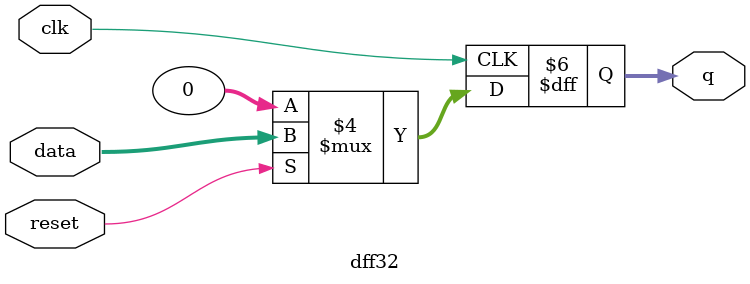
<source format=v>
module dff32(data,clk,reset,q);
input [31:0]data;
input clk,reset;
output [31:0]q;
reg [31:0]q;
//initial q=0,reset=1;
always @ (posedge clk)
if (~reset) 
	begin
		q=0;
	end
else 
	begin
		q=data;
	end
endmodule






















</source>
